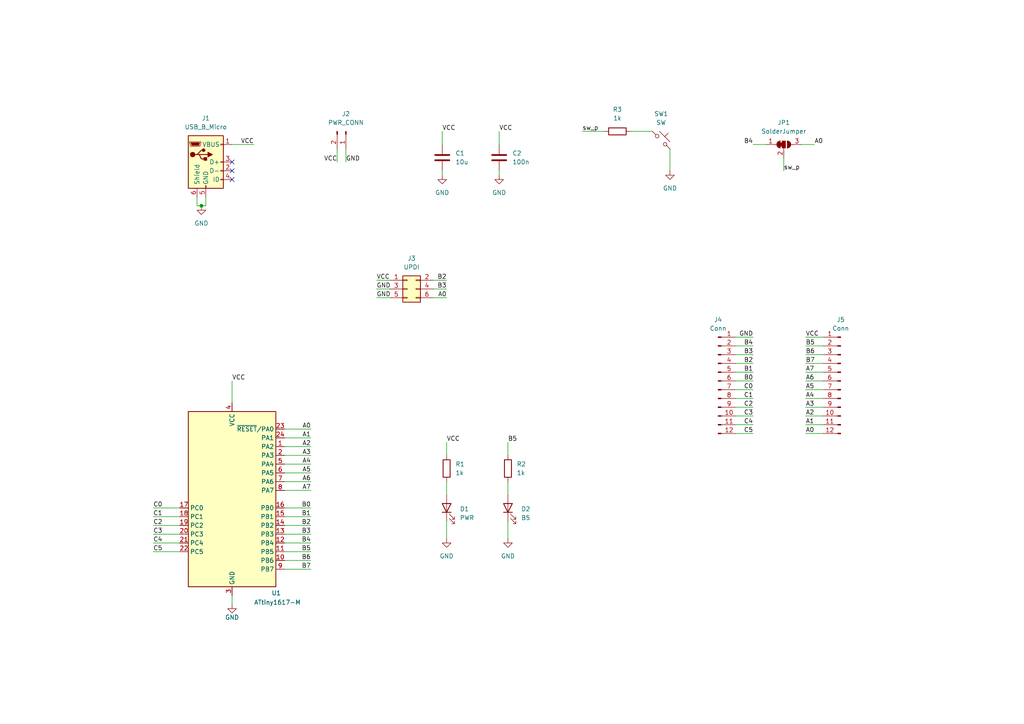
<source format=kicad_sch>
(kicad_sch (version 20211123) (generator eeschema)
  (paper "A4")
  (lib_symbols
    (symbol "Connector:Conn_01x02_Male" (pin_names (offset 1.016) hide)
      (property "Reference" "J" (at 0 2.54 0))
      (property "Value" "Conn_01x02_Male" (at 0 -5.08 0))
      (symbol "Conn_01x02_Male_1_1"
        (polyline (pts (xy 1.27 -2.54) (xy 0.8636 -2.54)) (stroke (width 0.1524)))
        (polyline (pts (xy 1.27 0) (xy 0.8636 0)) (stroke (width 0.1524)))
        (rectangle (start 0.8636 -2.413) (end 0 -2.667) (stroke (width 0.1524)) (fill (type outline)))
        (rectangle (start 0.8636 0.127) (end 0 -0.127) (stroke (width 0.1524)) (fill (type outline)))
        (pin passive line (at 5.08 0 180) (length 3.81) (name "Pin_1") (number "1"))
        (pin passive line (at 5.08 -2.54 180) (length 3.81) (name "Pin_2") (number "2"))
      )
    )
    (symbol "Connector:Conn_01x12_Male" (pin_names (offset 1.016) hide)
      (property "Reference" "J" (at 0 15.24 0))
      (property "Value" "Conn_01x12_Male" (at 0 -17.78 0))
      (symbol "Conn_01x12_Male_1_1"
        (polyline (pts (xy 1.27 -15.24) (xy 0.8636 -15.24)) (stroke (width 0.1524)))
        (polyline (pts (xy 1.27 -12.7) (xy 0.8636 -12.7)) (stroke (width 0.1524)))
        (polyline (pts (xy 1.27 -10.16) (xy 0.8636 -10.16)) (stroke (width 0.1524)))
        (polyline (pts (xy 1.27 -7.62) (xy 0.8636 -7.62)) (stroke (width 0.1524)))
        (polyline (pts (xy 1.27 -5.08) (xy 0.8636 -5.08)) (stroke (width 0.1524)))
        (polyline (pts (xy 1.27 -2.54) (xy 0.8636 -2.54)) (stroke (width 0.1524)))
        (polyline (pts (xy 1.27 0) (xy 0.8636 0)) (stroke (width 0.1524)))
        (polyline (pts (xy 1.27 2.54) (xy 0.8636 2.54)) (stroke (width 0.1524)))
        (polyline (pts (xy 1.27 5.08) (xy 0.8636 5.08)) (stroke (width 0.1524)))
        (polyline (pts (xy 1.27 7.62) (xy 0.8636 7.62)) (stroke (width 0.1524)))
        (polyline (pts (xy 1.27 10.16) (xy 0.8636 10.16)) (stroke (width 0.1524)))
        (polyline (pts (xy 1.27 12.7) (xy 0.8636 12.7)) (stroke (width 0.1524)))
        (rectangle (start 0.8636 -15.113) (end 0 -15.367) (stroke (width 0.1524)) (fill (type outline)))
        (rectangle (start 0.8636 -12.573) (end 0 -12.827) (stroke (width 0.1524)) (fill (type outline)))
        (rectangle (start 0.8636 -10.033) (end 0 -10.287) (stroke (width 0.1524)) (fill (type outline)))
        (rectangle (start 0.8636 -7.493) (end 0 -7.747) (stroke (width 0.1524)) (fill (type outline)))
        (rectangle (start 0.8636 -4.953) (end 0 -5.207) (stroke (width 0.1524)) (fill (type outline)))
        (rectangle (start 0.8636 -2.413) (end 0 -2.667) (stroke (width 0.1524)) (fill (type outline)))
        (rectangle (start 0.8636 0.127) (end 0 -0.127) (stroke (width 0.1524)) (fill (type outline)))
        (rectangle (start 0.8636 2.667) (end 0 2.413) (stroke (width 0.1524)) (fill (type outline)))
        (rectangle (start 0.8636 5.207) (end 0 4.953) (stroke (width 0.1524)) (fill (type outline)))
        (rectangle (start 0.8636 7.747) (end 0 7.493) (stroke (width 0.1524)) (fill (type outline)))
        (rectangle (start 0.8636 10.287) (end 0 10.033) (stroke (width 0.1524)) (fill (type outline)))
        (rectangle (start 0.8636 12.827) (end 0 12.573) (stroke (width 0.1524)) (fill (type outline)))
        (pin passive line (at 5.08 12.7 180) (length 3.81) (name "Pin_1") (number "1"))
        (pin passive line (at 5.08 -10.16 180) (length 3.81) (name "Pin_10") (number "10"))
        (pin passive line (at 5.08 -12.7 180) (length 3.81) (name "Pin_11") (number "11"))
        (pin passive line (at 5.08 -15.24 180) (length 3.81) (name "Pin_12") (number "12"))
        (pin passive line (at 5.08 10.16 180) (length 3.81) (name "Pin_2") (number "2"))
        (pin passive line (at 5.08 7.62 180) (length 3.81) (name "Pin_3") (number "3"))
        (pin passive line (at 5.08 5.08 180) (length 3.81) (name "Pin_4") (number "4"))
        (pin passive line (at 5.08 2.54 180) (length 3.81) (name "Pin_5") (number "5"))
        (pin passive line (at 5.08 0 180) (length 3.81) (name "Pin_6") (number "6"))
        (pin passive line (at 5.08 -2.54 180) (length 3.81) (name "Pin_7") (number "7"))
        (pin passive line (at 5.08 -5.08 180) (length 3.81) (name "Pin_8") (number "8"))
        (pin passive line (at 5.08 -7.62 180) (length 3.81) (name "Pin_9") (number "9"))
      )
    )
    (symbol "Connector:USB_B_Micro" (pin_names (offset 1.016))
      (property "Reference" "J" (at -5.08 11.43 0))
      (property "Value" "USB_B_Micro" (at -5.08 8.89 0))
      (symbol "USB_B_Micro_0_1"
        (rectangle (start -5.08 -7.62) (end 5.08 7.62) (stroke (width 0.254)) (fill (type background)))
        (circle (center -3.81 2.159) (radius 0.635) (stroke (width 0.254)) (fill (type outline)))
        (circle (center -0.635 3.429) (radius 0.381) (stroke (width 0.254)) (fill (type outline)))
        (rectangle (start -0.127 -7.62) (end 0.127 -6.858))
        (polyline (pts (xy -1.905 2.159) (xy 0.635 2.159)) (stroke (width 0.254)))
        (polyline (pts (xy -3.175 2.159) (xy -2.54 2.159) (xy -1.27 3.429) (xy -0.635 3.429)) (stroke (width 0.254)))
        (polyline (pts (xy -2.54 2.159) (xy -1.905 2.159) (xy -1.27 0.889) (xy 0 0.889)) (stroke (width 0.254)))
        (polyline (pts (xy 0.635 2.794) (xy 0.635 1.524) (xy 1.905 2.159) (xy 0.635 2.794)) (stroke (width 0.254)) (fill (type outline)))
        (polyline (pts (xy -4.318 5.588) (xy -1.778 5.588) (xy -2.032 4.826) (xy -4.064 4.826) (xy -4.318 5.588)) (fill (type outline)))
        (polyline (pts (xy -4.699 5.842) (xy -4.699 5.588) (xy -4.445 4.826) (xy -4.445 4.572) (xy -1.651 4.572) (xy -1.651 4.826) (xy -1.397 5.588) (xy -1.397 5.842) (xy -4.699 5.842)))
        (rectangle (start 0.254 1.27) (end -0.508 0.508) (stroke (width 0.254)) (fill (type outline)))
        (rectangle (start 5.08 -5.207) (end 4.318 -4.953))
        (rectangle (start 5.08 -2.667) (end 4.318 -2.413))
        (rectangle (start 5.08 -0.127) (end 4.318 0.127))
        (rectangle (start 5.08 4.953) (end 4.318 5.207))
      )
      (symbol "USB_B_Micro_1_1"
        (pin power_out line (at 7.62 5.08 180) (length 2.54) (name "VBUS") (number "1"))
        (pin bidirectional line (at 7.62 -2.54 180) (length 2.54) (name "D-") (number "2"))
        (pin bidirectional line (at 7.62 0 180) (length 2.54) (name "D+") (number "3"))
        (pin passive line (at 7.62 -5.08 180) (length 2.54) (name "ID") (number "4"))
        (pin power_out line (at 0 -10.16 90) (length 2.54) (name "GND") (number "5"))
        (pin passive line (at -2.54 -10.16 90) (length 2.54) (name "Shield") (number "6"))
      )
    )
    (symbol "Connector_Generic:Conn_02x03_Odd_Even" (pin_names (offset 1.016) hide)
      (property "Reference" "J" (at 1.27 5.08 0))
      (property "Value" "Conn_02x03_Odd_Even" (at 1.27 -5.08 0))
      (symbol "Conn_02x03_Odd_Even_1_1"
        (rectangle (start -1.27 -2.413) (end 0 -2.667) (stroke (width 0.1524)))
        (rectangle (start -1.27 0.127) (end 0 -0.127) (stroke (width 0.1524)))
        (rectangle (start -1.27 2.667) (end 0 2.413) (stroke (width 0.1524)))
        (rectangle (start -1.27 3.81) (end 3.81 -3.81) (stroke (width 0.254)) (fill (type background)))
        (rectangle (start 3.81 -2.413) (end 2.54 -2.667) (stroke (width 0.1524)))
        (rectangle (start 3.81 0.127) (end 2.54 -0.127) (stroke (width 0.1524)))
        (rectangle (start 3.81 2.667) (end 2.54 2.413) (stroke (width 0.1524)))
        (pin passive line (at -5.08 2.54 0) (length 3.81) (name "Pin_1") (number "1"))
        (pin passive line (at 7.62 2.54 180) (length 3.81) (name "Pin_2") (number "2"))
        (pin passive line (at -5.08 0 0) (length 3.81) (name "Pin_3") (number "3"))
        (pin passive line (at 7.62 0 180) (length 3.81) (name "Pin_4") (number "4"))
        (pin passive line (at -5.08 -2.54 0) (length 3.81) (name "Pin_5") (number "5"))
        (pin passive line (at 7.62 -2.54 180) (length 3.81) (name "Pin_6") (number "6"))
      )
    )
    (symbol "Device:C" (pin_numbers hide) (pin_names (offset 0.254))
      (property "Reference" "C" (at 0.635 2.54 0))
      (property "Value" "C" (at 0.635 -2.54 0))
      (symbol "C_0_1"
        (polyline (pts (xy -2.032 -0.762) (xy 2.032 -0.762)) (stroke (width 0.508)))
        (polyline (pts (xy -2.032 0.762) (xy 2.032 0.762)) (stroke (width 0.508)))
      )
      (symbol "C_1_1"
        (pin passive line (at 0 3.81 270) (length 2.794) (name "~") (number "1"))
        (pin passive line (at 0 -3.81 90) (length 2.794) (name "~") (number "2"))
      )
    )
    (symbol "Device:LED" (pin_numbers hide) (pin_names (offset 1.016) hide)
      (property "Reference" "D" (at 0 2.54 0))
      (property "Value" "LED" (at 0 -2.54 0))
      (symbol "LED_0_1"
        (polyline (pts (xy -1.27 -1.27) (xy -1.27 1.27)) (stroke (width 0.254)))
        (polyline (pts (xy -1.27 0) (xy 1.27 0)))
        (polyline (pts (xy 1.27 -1.27) (xy 1.27 1.27) (xy -1.27 0) (xy 1.27 -1.27)) (stroke (width 0.254)))
        (polyline (pts (xy -3.048 -0.762) (xy -4.572 -2.286) (xy -3.81 -2.286) (xy -4.572 -2.286) (xy -4.572 -1.524)))
        (polyline (pts (xy -1.778 -0.762) (xy -3.302 -2.286) (xy -2.54 -2.286) (xy -3.302 -2.286) (xy -3.302 -1.524)))
      )
      (symbol "LED_1_1"
        (pin passive line (at -3.81 0 0) (length 2.54) (name "K") (number "1"))
        (pin passive line (at 3.81 0 180) (length 2.54) (name "A") (number "2"))
      )
    )
    (symbol "Device:R" (pin_numbers hide) (pin_names (offset 0))
      (property "Reference" "R" (at 2.032 0 90))
      (property "Value" "R" (at 0 0 90))
      (symbol "R_0_1"
        (rectangle (start -1.016 -2.54) (end 1.016 2.54) (stroke (width 0.254)))
      )
      (symbol "R_1_1"
        (pin passive line (at 0 3.81 270) (length 1.27) (name "~") (number "1"))
        (pin passive line (at 0 -3.81 90) (length 1.27) (name "~") (number "2"))
      )
    )
    (symbol "Jumper:SolderJumper_3_Bridged12" (pin_names (offset 0) hide)
      (property "Reference" "JP" (at -2.54 -2.54 0))
      (property "Value" "SolderJumper_3_Bridged12" (at 0 2.794 0))
      (symbol "SolderJumper_3_Bridged12_0_1"
        (rectangle (start -1.016 0.508) (end -0.508 -0.508) (fill (type outline)))
        (arc (start -1.016 1.016) (mid -2.032 0) (end -1.016 -1.016))
        (arc (start -1.016 1.016) (mid -2.032 0) (end -1.016 -1.016) (fill (type outline)))
        (rectangle (start -0.508 1.016) (end 0.508 -1.016) (fill (type outline)))
        (polyline (pts (xy -2.54 0) (xy -2.032 0)))
        (polyline (pts (xy -1.016 1.016) (xy -1.016 -1.016)))
        (polyline (pts (xy 0 -1.27) (xy 0 -1.016)))
        (polyline (pts (xy 1.016 1.016) (xy 1.016 -1.016)))
        (polyline (pts (xy 2.54 0) (xy 2.032 0)))
        (arc (start 1.016 -1.016) (mid 2.032 0) (end 1.016 1.016))
        (arc (start 1.016 -1.016) (mid 2.032 0) (end 1.016 1.016) (fill (type outline)))
      )
      (symbol "SolderJumper_3_Bridged12_1_1"
        (pin passive line (at -5.08 0 0) (length 2.54) (name "A") (number "1"))
        (pin passive line (at 0 -3.81 90) (length 2.54) (name "C") (number "2"))
        (pin passive line (at 5.08 0 180) (length 2.54) (name "B") (number "3"))
      )
    )
    (symbol "MCU_Microchip_ATtiny:ATtiny1617-M"
      (property "Reference" "U" (at -12.7 26.67 0))
      (property "Value" "ATtiny1617-M" (at 2.54 -26.67 0))
      (symbol "ATtiny1617-M_0_1"
        (rectangle (start -12.7 -25.4) (end 12.7 25.4) (stroke (width 0.254)) (fill (type background)))
      )
      (symbol "ATtiny1617-M_1_1"
        (pin bidirectional line (at 15.24 15.24 180) (length 2.54) (name "PA2") (number "1"))
        (pin bidirectional line (at 15.24 -17.78 180) (length 2.54) (name "PB6") (number "10"))
        (pin bidirectional line (at 15.24 -15.24 180) (length 2.54) (name "PB5") (number "11"))
        (pin bidirectional line (at 15.24 -12.7 180) (length 2.54) (name "PB4") (number "12"))
        (pin bidirectional line (at 15.24 -10.16 180) (length 2.54) (name "PB3") (number "13"))
        (pin bidirectional line (at 15.24 -7.62 180) (length 2.54) (name "PB2") (number "14"))
        (pin bidirectional line (at 15.24 -5.08 180) (length 2.54) (name "PB1") (number "15"))
        (pin bidirectional line (at 15.24 -2.54 180) (length 2.54) (name "PB0") (number "16"))
        (pin bidirectional line (at -15.24 -2.54 0) (length 2.54) (name "PC0") (number "17"))
        (pin bidirectional line (at -15.24 -5.08 0) (length 2.54) (name "PC1") (number "18"))
        (pin bidirectional line (at -15.24 -7.62 0) (length 2.54) (name "PC2") (number "19"))
        (pin bidirectional line (at 15.24 12.7 180) (length 2.54) (name "PA3") (number "2"))
        (pin bidirectional line (at -15.24 -10.16 0) (length 2.54) (name "PC3") (number "20"))
        (pin bidirectional line (at -15.24 -12.7 0) (length 2.54) (name "PC4") (number "21"))
        (pin bidirectional line (at -15.24 -15.24 0) (length 2.54) (name "PC5") (number "22"))
        (pin bidirectional line (at 15.24 20.32 180) (length 2.54) (name "~{RESET}/PA0") (number "23"))
        (pin bidirectional line (at 15.24 17.78 180) (length 2.54) (name "PA1") (number "24"))
        (pin passive line (at 0 -27.94 90) (length 2.54) hide (name "GND") (number "25"))
        (pin power_in line (at 0 -27.94 90) (length 2.54) (name "GND") (number "3"))
        (pin power_in line (at 0 27.94 270) (length 2.54) (name "VCC") (number "4"))
        (pin bidirectional line (at 15.24 10.16 180) (length 2.54) (name "PA4") (number "5"))
        (pin bidirectional line (at 15.24 7.62 180) (length 2.54) (name "PA5") (number "6"))
        (pin bidirectional line (at 15.24 5.08 180) (length 2.54) (name "PA6") (number "7"))
        (pin bidirectional line (at 15.24 2.54 180) (length 2.54) (name "PA7") (number "8"))
        (pin bidirectional line (at 15.24 -20.32 180) (length 2.54) (name "PB7") (number "9"))
      )
    )
    (symbol "Switch:SW_Push_45deg" (pin_numbers hide) (pin_names (offset 1.016) hide)
      (property "Reference" "SW" (at 3.048 1.016 0))
      (property "Value" "SW_Push_45deg" (at 0 -3.81 0))
      (symbol "SW_Push_45deg_0_1"
        (circle (center -1.1684 1.1684) (radius 0.508))
        (polyline (pts (xy -0.508 2.54) (xy 2.54 -0.508)))
        (polyline (pts (xy 1.016 1.016) (xy 2.032 2.032)))
        (polyline (pts (xy -2.54 2.54) (xy -1.524 1.524) (xy -1.524 1.524)))
        (polyline (pts (xy 1.524 -1.524) (xy 2.54 -2.54) (xy 2.54 -2.54) (xy 2.54 -2.54)))
        (circle (center 1.143 -1.1938) (radius 0.508))
        (pin passive line (at -2.54 2.54 0) (length 0) (name "1") (number "1"))
        (pin passive line (at 2.54 -2.54 180) (length 0) (name "2") (number "2"))
      )
    )
    (symbol "power:GND" (power) (pin_names (offset 0))
      (property "Value" "GND" (at 0 -3.81 0))
      (symbol "GND_0_1"
        (polyline (pts (xy 0 0) (xy 0 -1.27) (xy 1.27 -1.27) (xy 0 -2.54) (xy -1.27 -1.27) (xy 0 -1.27)))
      )
      (symbol "GND_1_1"
        (pin power_in line (at 0 0 270) (length 0) hide (name "GND") (number "1"))
      )
    )
  )
  (junction (at 58.42 59.69))
  (no_connect (at 67.31 46.99))
  (no_connect (at 67.31 49.53))
  (no_connect (at 67.31 52.07))
  (wire (pts (xy 82.55 152.4) (xy 90.17 152.4)))
  (wire (pts (xy 218.44 102.87) (xy 213.36 102.87)))
  (wire (pts (xy 218.44 107.95) (xy 213.36 107.95)))
  (wire (pts (xy 90.17 160.02) (xy 82.55 160.02)))
  (wire (pts (xy 57.15 57.15) (xy 57.15 59.69)))
  (wire (pts (xy 82.55 134.62) (xy 90.17 134.62)))
  (wire (pts (xy 82.55 129.54) (xy 90.17 129.54)))
  (wire (pts (xy 238.76 107.95) (xy 233.68 107.95)))
  (wire (pts (xy 238.76 102.87) (xy 233.68 102.87)))
  (wire (pts (xy 59.69 59.69) (xy 59.69 57.15)))
  (wire (pts (xy 238.76 113.03) (xy 233.68 113.03)))
  (wire (pts (xy 129.54 139.7) (xy 129.54 143.51)))
  (wire (pts (xy 125.73 81.28) (xy 129.54 81.28)))
  (wire (pts (xy 147.32 156.21) (xy 147.32 151.13)))
  (wire (pts (xy 129.54 151.13) (xy 129.54 156.21)))
  (wire (pts (xy 67.31 41.91) (xy 73.66 41.91)))
  (wire (pts (xy 227.33 45.72) (xy 227.33 49.53)))
  (wire (pts (xy 128.27 49.53) (xy 128.27 50.8)))
  (wire (pts (xy 90.17 165.1) (xy 82.55 165.1)))
  (wire (pts (xy 82.55 154.94) (xy 90.17 154.94)))
  (wire (pts (xy 109.22 86.36) (xy 113.03 86.36)))
  (wire (pts (xy 218.44 97.79) (xy 213.36 97.79)))
  (wire (pts (xy 129.54 86.36) (xy 125.73 86.36)))
  (wire (pts (xy 238.76 97.79) (xy 233.68 97.79)))
  (wire (pts (xy 113.03 81.28) (xy 109.22 81.28)))
  (wire (pts (xy 213.36 120.65) (xy 218.44 120.65)))
  (wire (pts (xy 147.32 139.7) (xy 147.32 143.51)))
  (wire (pts (xy 218.44 105.41) (xy 213.36 105.41)))
  (wire (pts (xy 218.44 110.49) (xy 213.36 110.49)))
  (wire (pts (xy 44.45 152.4) (xy 52.07 152.4)))
  (wire (pts (xy 82.55 149.86) (xy 90.17 149.86)))
  (wire (pts (xy 222.25 41.91) (xy 218.44 41.91)))
  (wire (pts (xy 44.45 149.86) (xy 52.07 149.86)))
  (wire (pts (xy 233.68 123.19) (xy 238.76 123.19)))
  (wire (pts (xy 109.22 83.82) (xy 113.03 83.82)))
  (wire (pts (xy 238.76 115.57) (xy 233.68 115.57)))
  (wire (pts (xy 238.76 100.33) (xy 233.68 100.33)))
  (wire (pts (xy 194.31 43.18) (xy 194.31 49.53)))
  (wire (pts (xy 129.54 132.08) (xy 129.54 128.27)))
  (wire (pts (xy 58.42 59.69) (xy 59.69 59.69)))
  (wire (pts (xy 218.44 118.11) (xy 213.36 118.11)))
  (wire (pts (xy 218.44 113.03) (xy 213.36 113.03)))
  (wire (pts (xy 82.55 162.56) (xy 90.17 162.56)))
  (wire (pts (xy 67.31 172.72) (xy 67.31 175.26)))
  (wire (pts (xy 144.78 41.91) (xy 144.78 38.1)))
  (wire (pts (xy 213.36 123.19) (xy 218.44 123.19)))
  (wire (pts (xy 97.79 43.18) (xy 97.79 46.99)))
  (wire (pts (xy 82.55 142.24) (xy 90.17 142.24)))
  (wire (pts (xy 182.88 38.1) (xy 189.23 38.1)))
  (wire (pts (xy 238.76 110.49) (xy 233.68 110.49)))
  (wire (pts (xy 238.76 118.11) (xy 233.68 118.11)))
  (wire (pts (xy 125.73 83.82) (xy 129.54 83.82)))
  (wire (pts (xy 57.15 59.69) (xy 58.42 59.69)))
  (wire (pts (xy 144.78 50.8) (xy 144.78 49.53)))
  (wire (pts (xy 128.27 38.1) (xy 128.27 41.91)))
  (wire (pts (xy 147.32 128.27) (xy 147.32 132.08)))
  (wire (pts (xy 218.44 100.33) (xy 213.36 100.33)))
  (wire (pts (xy 218.44 115.57) (xy 213.36 115.57)))
  (wire (pts (xy 52.07 160.02) (xy 44.45 160.02)))
  (wire (pts (xy 44.45 154.94) (xy 52.07 154.94)))
  (wire (pts (xy 82.55 124.46) (xy 90.17 124.46)))
  (wire (pts (xy 82.55 147.32) (xy 90.17 147.32)))
  (wire (pts (xy 52.07 147.32) (xy 44.45 147.32)))
  (wire (pts (xy 233.68 120.65) (xy 238.76 120.65)))
  (wire (pts (xy 238.76 125.73) (xy 233.68 125.73)))
  (wire (pts (xy 44.45 157.48) (xy 52.07 157.48)))
  (wire (pts (xy 238.76 105.41) (xy 233.68 105.41)))
  (wire (pts (xy 82.55 139.7) (xy 90.17 139.7)))
  (wire (pts (xy 82.55 127) (xy 90.17 127)))
  (wire (pts (xy 100.33 46.99) (xy 100.33 43.18)))
  (wire (pts (xy 236.22 41.91) (xy 232.41 41.91)))
  (wire (pts (xy 218.44 125.73) (xy 213.36 125.73)))
  (wire (pts (xy 82.55 157.48) (xy 90.17 157.48)))
  (wire (pts (xy 168.91 38.1) (xy 175.26 38.1)))
  (wire (pts (xy 82.55 132.08) (xy 90.17 132.08)))
  (wire (pts (xy 67.31 110.49) (xy 67.31 116.84)))
  (wire (pts (xy 82.55 137.16) (xy 90.17 137.16)))
  (label "VCC" (at 67.31 110.49 0))
  (label "C3" (at 44.45 154.94 0))
  (label "A1" (at 233.68 123.19 0))
  (label "A4" (at 90.17 134.62 180))
  (label "A0" (at 129.54 86.36 180))
  (label "B7" (at 90.17 165.1 180))
  (label "C0" (at 44.45 147.32 0))
  (label "A6" (at 233.68 110.49 0))
  (label "A7" (at 90.17 142.24 180))
  (label "C5" (at 44.45 160.02 0))
  (label "B1" (at 218.44 107.95 180))
  (label "sw_p" (at 168.91 38.1 0))
  (label "A7" (at 233.68 107.95 0))
  (label "B6" (at 90.17 162.56 180))
  (label "VCC" (at 73.66 41.91 180))
  (label "A0" (at 90.17 124.46 180))
  (label "A0" (at 233.68 125.73 0))
  (label "VCC" (at 97.79 46.99 180))
  (label "VCC" (at 233.68 97.79 0))
  (label "A0" (at 236.22 41.91 0))
  (label "VCC" (at 109.22 81.28 0))
  (label "B1" (at 90.17 149.86 180))
  (label "B4" (at 218.44 100.33 180))
  (label "B5" (at 233.68 100.33 0))
  (label "B0" (at 90.17 147.32 180))
  (label "B2" (at 90.17 152.4 180))
  (label "B2" (at 218.44 105.41 180))
  (label "VCC" (at 144.78 38.1 0))
  (label "C0" (at 218.44 113.03 180))
  (label "B3" (at 218.44 102.87 180))
  (label "A6" (at 90.17 139.7 180))
  (label "A5" (at 90.17 137.16 180))
  (label "A2" (at 90.17 129.54 180))
  (label "B3" (at 129.54 83.82 180))
  (label "GND" (at 100.33 46.99 0))
  (label "C1" (at 218.44 115.57 180))
  (label "GND" (at 109.22 83.82 0))
  (label "B4" (at 90.17 157.48 180))
  (label "B7" (at 233.68 105.41 0))
  (label "C1" (at 44.45 149.86 0))
  (label "B3" (at 90.17 154.94 180))
  (label "A4" (at 233.68 115.57 0))
  (label "A3" (at 233.68 118.11 0))
  (label "B4" (at 218.44 41.91 180))
  (label "A3" (at 90.17 132.08 180))
  (label "C2" (at 218.44 118.11 180))
  (label "VCC" (at 129.54 128.27 0))
  (label "A5" (at 233.68 113.03 0))
  (label "GND" (at 218.44 97.79 180))
  (label "A2" (at 233.68 120.65 0))
  (label "C5" (at 218.44 125.73 180))
  (label "C2" (at 44.45 152.4 0))
  (label "B0" (at 218.44 110.49 180))
  (label "sw_p" (at 227.33 49.53 0))
  (label "B6" (at 233.68 102.87 0))
  (label "B2" (at 129.54 81.28 180))
  (label "B5" (at 90.17 160.02 180))
  (label "C4" (at 44.45 157.48 0))
  (label "VCC" (at 128.27 38.1 0))
  (label "B5" (at 147.32 128.27 0))
  (label "C4" (at 218.44 123.19 180))
  (label "C3" (at 218.44 120.65 180))
  (label "GND" (at 109.22 86.36 0))
  (label "A1" (at 90.17 127 180))
  (symbol (lib_id "Device:LED") (at 147.32 147.32 90) (unit 1)
    (property "Reference" "D2" (at 151.13 147.6374 90) (effects (justify right)))
    (property "Value" "B5" (at 151.13 150.1774 90) (effects (justify right)))
    (property "Footprint" "LED_SMD:LED_0603_1608Metric" (effects hide))
  )
  (symbol (lib_id "Device:LED") (at 129.54 147.32 90) (unit 1)
    (property "Reference" "D1" (at 133.35 147.6374 90) (effects (justify right)))
    (property "Value" "PWR" (at 133.35 150.1774 90) (effects (justify right)))
    (property "Footprint" "LED_SMD:LED_0603_1608Metric" (effects hide))
  )
  (symbol (lib_id "MCU_Microchip_ATtiny:ATtiny1617-M") (at 67.31 144.78 0) (unit 1)
    (property "Reference" "U1" (at 78.74 172.72 0) (effects (justify left bottom)))
    (property "Value" "ATtiny1617-M" (at 73.66 173.99 0) (effects (justify left top)))
    (property "Footprint" "Package_DFN_QFN:QFN-24-1EP_4x4mm_P0.5mm_EP2.6x2.6mm" (effects hide))
    (property "Datasheet" "http://ww1.microchip.com/downloads/en/DeviceDoc/ATtiny3217_1617-Data-Sheet-40001999B.pdf" (effects hide))
  )
  (symbol (lib_id "Switch:SW_Push_45deg") (at 191.77 40.64 0) (unit 1)
    (property "Reference" "SW1" (at 191.77 33.02 0))
    (property "Value" "SW" (at 191.77 35.56 0))
    (property "Footprint" "Button_Switch_SMD:SW_SPST_B3U-1000P" (effects hide))
  )
  (symbol (lib_id "Device:R") (at 129.54 135.89 180) (unit 1)
    (property "Reference" "R1" (at 132.08 134.6199 0) (effects (justify right)))
    (property "Value" "1k" (at 132.08 137.1599 0) (effects (justify right)))
    (property "Footprint" "Resistor_SMD:R_0603_1608Metric" (effects hide))
  )
  (symbol (lib_id "power:GND") (at 67.31 175.26 0) (unit 1)
    (property "Reference" "#PWR02" (effects hide))
    (property "Value" "GND" (at 67.31 179.07 0))
  )
  (symbol (lib_id "Device:R") (at 179.07 38.1 90) (unit 1)
    (property "Reference" "R3" (at 179.07 31.75 90))
    (property "Value" "1k" (at 179.07 34.29 90))
    (property "Footprint" "Resistor_SMD:R_0402_1005Metric" (effects hide))
  )
  (symbol (lib_id "Connector:Conn_01x12_Male") (at 208.28 110.49 0) (unit 1)
    (property "Reference" "J4" (at 208.28 92.71 0))
    (property "Value" "Conn" (at 208.28 95.25 0))
    (property "Footprint" "Connector_PinHeader_2.54mm:PinHeader_1x12_P2.54mm_Vertical" (effects hide))
  )
  (symbol (lib_id "Connector:Conn_01x02_Male") (at 100.33 38.1 270) (unit 1)
    (property "Reference" "J2" (at 100.33 33.02 90))
    (property "Value" "PWR_CONN" (at 100.33 35.56 90))
    (property "Footprint" "Connector_PinHeader_2.54mm:PinHeader_1x02_P2.54mm_Vertical" (effects hide))
  )
  (symbol (lib_id "Device:C") (at 144.78 45.72 0) (unit 1)
    (property "Reference" "C2" (at 148.59 44.4499 0) (effects (justify left)))
    (property "Value" "100n" (at 148.59 46.9899 0) (effects (justify left)))
    (property "Footprint" "Capacitor_SMD:C_0603_1608Metric" (effects hide))
  )
  (symbol (lib_id "power:GND") (at 147.32 156.21 0) (unit 1)
    (property "Reference" "#PWR06" (effects hide))
    (property "Value" "GND" (at 147.32 161.29 0))
  )
  (symbol (lib_id "Device:C") (at 128.27 45.72 0) (unit 1)
    (property "Reference" "C1" (at 132.08 44.4499 0) (effects (justify left)))
    (property "Value" "10u" (at 132.08 46.9899 0) (effects (justify left)))
    (property "Footprint" "Capacitor_SMD:C_0603_1608Metric" (effects hide))
  )
  (symbol (lib_id "Connector:USB_B_Micro") (at 59.69 46.99 0) (unit 1)
    (property "Reference" "J1" (at 59.69 34.29 0))
    (property "Value" "USB_B_Micro" (at 59.69 36.83 0))
    (property "Footprint" "MUP-U513:MUP-U513" (effects hide))
  )
  (symbol (lib_id "power:GND") (at 144.78 50.8 0) (unit 1)
    (property "Reference" "#PWR05" (effects hide))
    (property "Value" "GND" (at 144.78 55.88 0))
  )
  (symbol (lib_id "power:GND") (at 194.31 49.53 0) (unit 1)
    (property "Reference" "#PWR07" (effects hide))
    (property "Value" "GND" (at 194.31 54.61 0))
  )
  (symbol (lib_id "Connector_Generic:Conn_02x03_Odd_Even") (at 118.11 83.82 0) (unit 1)
    (property "Reference" "J3" (at 119.38 74.93 0))
    (property "Value" "UPDI" (at 119.38 77.47 0))
    (property "Footprint" "Connector_PinHeader_2.54mm:PinHeader_2x03_P2.54mm_Vertical" (effects hide))
  )
  (symbol (lib_id "Connector:Conn_01x12_Male") (at 243.84 110.49 0) (mirror y) (unit 1)
    (property "Reference" "J5" (at 243.84 92.71 0))
    (property "Value" "Conn" (at 243.84 95.25 0))
    (property "Footprint" "Connector_PinHeader_2.54mm:PinHeader_1x12_P2.54mm_Vertical" (effects hide))
  )
  (symbol (lib_id "power:GND") (at 129.54 156.21 0) (unit 1)
    (property "Reference" "#PWR04" (effects hide))
    (property "Value" "GND" (at 129.54 161.29 0))
  )
  (symbol (lib_id "Device:R") (at 147.32 135.89 180) (unit 1)
    (property "Reference" "R2" (at 149.86 134.6199 0) (effects (justify right)))
    (property "Value" "1k" (at 149.86 137.1599 0) (effects (justify right)))
    (property "Footprint" "Resistor_SMD:R_0603_1608Metric" (effects hide))
  )
  (symbol (lib_id "power:GND") (at 128.27 50.8 0) (unit 1)
    (property "Reference" "#PWR03" (effects hide))
    (property "Value" "GND" (at 128.27 55.88 0))
  )
  (symbol (lib_id "power:GND") (at 58.42 59.69 0) (unit 1)
    (property "Reference" "#PWR01" (effects hide))
    (property "Value" "GND" (at 58.42 64.77 0))
  )
  (symbol (lib_id "Jumper:SolderJumper_3_Bridged12") (at 227.33 41.91 0) (unit 1)
    (property "Reference" "JP1" (at 227.33 35.56 0))
    (property "Value" "SolderJumper" (at 227.33 38.1 0))
    (property "Footprint" "Jumper:SolderJumper-3_P1.3mm_Bridged12_Pad1.0x1.5mm_NumberLabels" (effects hide))
  )
)
</source>
